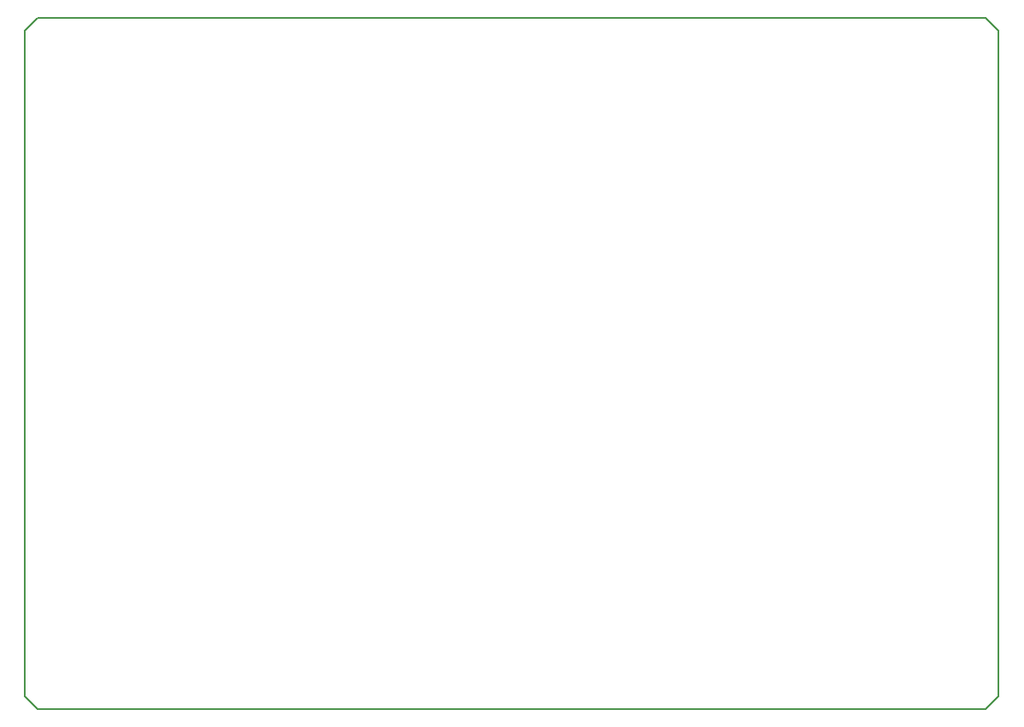
<source format=gbp>
G04 #@! TF.GenerationSoftware,KiCad,Pcbnew,6.0.0-rc1-unknown-7c960aa~66~ubuntu18.04.1*
G04 #@! TF.CreationDate,2019-03-05T20:53:04-05:00*
G04 #@! TF.ProjectId,backdash_v1.5,6261636B646173685F76312E352E6B69,rev?*
G04 #@! TF.SameCoordinates,Original*
G04 #@! TF.FileFunction,Paste,Bot*
G04 #@! TF.FilePolarity,Positive*
%FSLAX46Y46*%
G04 Gerber Fmt 4.6, Leading zero omitted, Abs format (unit mm)*
G04 Created by KiCad (PCBNEW 6.0.0-rc1-unknown-7c960aa~66~ubuntu18.04.1) date Tue 05 Mar 2019 08:53:04 PM EST*
%MOMM*%
%LPD*%
G01*
G04 APERTURE LIST*
%ADD10C,0.150000*%
G04 APERTURE END LIST*
D10*
X62230000Y-19050000D02*
X63500000Y-17780000D01*
X62230000Y-85090000D02*
X62230000Y-19050000D01*
X63500000Y-86360000D02*
X62230000Y-85090000D01*
X157480000Y-86360000D02*
X63500000Y-86360000D01*
X158750000Y-85090000D02*
X157480000Y-86360000D01*
X158750000Y-19050000D02*
X158750000Y-85090000D01*
X157480000Y-17780000D02*
X158750000Y-19050000D01*
X63500000Y-17780000D02*
X157480000Y-17780000D01*
M02*

</source>
